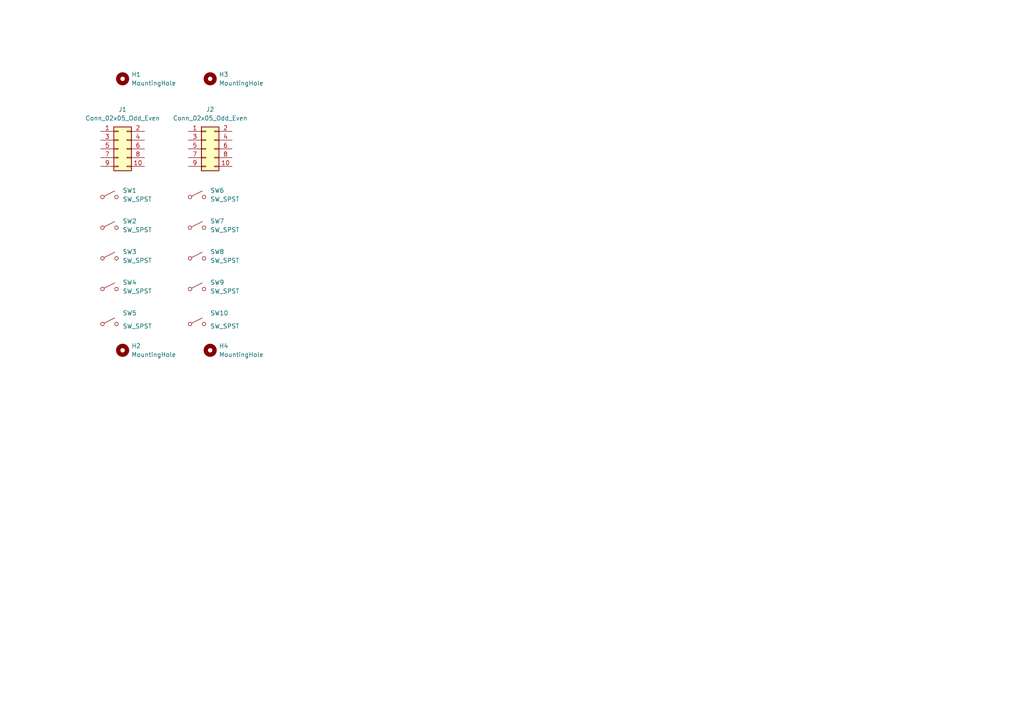
<source format=kicad_sch>
(kicad_sch (version 20231120) (generator "eeschema") (generator_version "8.0")
  (paper "A4")
  (lib_symbols
    (symbol "Connector_Generic:Conn_02x05_Odd_Even" (pin_names (offset 1.016) hide)
      (property "Reference" "J" (at 1.27 7.62 0))
      (property "Value" "Conn_02x05_Odd_Even" (at 1.27 -7.62 0))
      (symbol "Conn_02x05_Odd_Even_1_1"
        (rectangle (start -1.27 -4.953) (end 0 -5.207) (stroke (width 0.1524)))
        (rectangle (start -1.27 -2.413) (end 0 -2.667) (stroke (width 0.1524)))
        (rectangle (start -1.27 0.127) (end 0 -0.127) (stroke (width 0.1524)))
        (rectangle (start -1.27 2.667) (end 0 2.413) (stroke (width 0.1524)))
        (rectangle (start -1.27 5.207) (end 0 4.953) (stroke (width 0.1524)))
        (rectangle (start -1.27 6.35) (end 3.81 -6.35) (stroke (width 0.254)) (fill (type background)))
        (rectangle (start 3.81 -4.953) (end 2.54 -5.207) (stroke (width 0.1524)))
        (rectangle (start 3.81 -2.413) (end 2.54 -2.667) (stroke (width 0.1524)))
        (rectangle (start 3.81 0.127) (end 2.54 -0.127) (stroke (width 0.1524)))
        (rectangle (start 3.81 2.667) (end 2.54 2.413) (stroke (width 0.1524)))
        (rectangle (start 3.81 5.207) (end 2.54 4.953) (stroke (width 0.1524)))
        (pin passive line (at -5.08 5.08 0) (length 3.81) (name "Pin_1") (number "1"))
        (pin passive line (at 7.62 -5.08 180) (length 3.81) (name "Pin_10") (number "10"))
        (pin passive line (at 7.62 5.08 180) (length 3.81) (name "Pin_2") (number "2"))
        (pin passive line (at -5.08 2.54 0) (length 3.81) (name "Pin_3") (number "3"))
        (pin passive line (at 7.62 2.54 180) (length 3.81) (name "Pin_4") (number "4"))
        (pin passive line (at -5.08 0 0) (length 3.81) (name "Pin_5") (number "5"))
        (pin passive line (at 7.62 0 180) (length 3.81) (name "Pin_6") (number "6"))
        (pin passive line (at -5.08 -2.54 0) (length 3.81) (name "Pin_7") (number "7"))
        (pin passive line (at 7.62 -2.54 180) (length 3.81) (name "Pin_8") (number "8"))
        (pin passive line (at -5.08 -5.08 0) (length 3.81) (name "Pin_9") (number "9"))
      )
    )
    (symbol "EXC:SW_SPST_MOUNT" (pin_names (offset 0) hide)
      (property "Reference" "SW" (at 0 3.175 0))
      (property "Value" "SW_SPST_MOUNT" (at 0 -2.54 0))
      (symbol "SW_SPST_MOUNT_0_0"
        (circle (center -2.032 0) (radius 0.508))
        (polyline (pts (xy -1.524 0.254) (xy 1.524 1.778)))
        (circle (center 2.032 0) (radius 0.508))
      )
    )
    (symbol "Mechanical:MountingHole" (pin_names (offset 1.016)) (exclude_from_sim yes) (in_bom no)
      (property "Reference" "H" (at 0 5.08 0))
      (property "Value" "MountingHole" (at 0 3.175 0))
      (symbol "MountingHole_0_1"
        (circle (center 0 0) (radius 1.27) (stroke (width 1.27)))
      )
    )
  )
  (symbol (lib_id "EXC:SW_SPST_MOUNT") (at 31.75 66.04 0) (unit 1)
    (property "Reference" "SW2" (at 35.56 64.1349 0) (effects (justify left)))
    (property "Value" "SW_SPST" (at 35.56 66.6749 0) (effects (justify left)))
    (property "Footprint" "EXC:SW_Cherry_MX_1.00u_Mount" (effects (hide yes)))
    (property "Description" "Single Pole Single Throw (SPST) switch" (effects (hide yes)))
  )
  (symbol (lib_id "EXC:SW_SPST_MOUNT") (at 57.15 83.82 0) (unit 1)
    (property "Reference" "SW9" (at 60.96 81.9149 0) (effects (justify left)))
    (property "Value" "SW_SPST" (at 60.96 84.4549 0) (effects (justify left)))
    (property "Footprint" "EXC:SW_Cherry_MX_1.00u_Mount" (effects (hide yes)))
    (property "Description" "Single Pole Single Throw (SPST) switch" (effects (hide yes)))
  )
  (symbol (lib_id "Mechanical:MountingHole") (at 60.96 22.86 0) (unit 1) (exclude_from_sim yes) (in_bom no)
    (property "Reference" "H3" (at 63.5 21.5899 0) (effects (justify left)))
    (property "Value" "MountingHole" (at 63.5 24.1299 0) (effects (justify left)))
    (property "Footprint" "MountingHole:MountingHole_3.2mm_M3" (effects (hide yes)))
    (property "Description" "Mounting Hole without connection" (effects (hide yes)))
  )
  (symbol (lib_id "EXC:SW_SPST_MOUNT") (at 57.15 74.93 0) (unit 1)
    (property "Reference" "SW8" (at 60.96 73.0249 0) (effects (justify left)))
    (property "Value" "SW_SPST" (at 60.96 75.5649 0) (effects (justify left)))
    (property "Footprint" "EXC:SW_Cherry_MX_1.00u_Mount" (effects (hide yes)))
    (property "Description" "Single Pole Single Throw (SPST) switch" (effects (hide yes)))
  )
  (symbol (lib_id "EXC:SW_SPST_MOUNT") (at 57.15 93.98 0) (unit 1)
    (property "Reference" "SW10" (at 60.96 90.8049 0) (effects (justify left)))
    (property "Value" "SW_SPST" (at 60.96 94.6149 0) (effects (justify left)))
    (property "Footprint" "EXC:SW_Cherry_MX_1.00u_Mount" (effects (hide yes)))
    (property "Description" "Single Pole Single Throw (SPST) switch" (effects (hide yes)))
  )
  (symbol (lib_id "Mechanical:MountingHole") (at 60.96 101.6 0) (unit 1) (exclude_from_sim yes) (in_bom no)
    (property "Reference" "H4" (at 63.5 100.3299 0) (effects (justify left)))
    (property "Value" "MountingHole" (at 63.5 102.8699 0) (effects (justify left)))
    (property "Footprint" "MountingHole:MountingHole_3.2mm_M3" (effects (hide yes)))
    (property "Description" "Mounting Hole without connection" (effects (hide yes)))
  )
  (symbol (lib_id "EXC:SW_SPST_MOUNT") (at 31.75 83.82 0) (unit 1)
    (property "Reference" "SW4" (at 35.56 81.9149 0) (effects (justify left)))
    (property "Value" "SW_SPST" (at 35.56 84.4549 0) (effects (justify left)))
    (property "Footprint" "EXC:SW_Cherry_MX_1.00u_Mount" (effects (hide yes)))
    (property "Description" "Single Pole Single Throw (SPST) switch" (effects (hide yes)))
  )
  (symbol (lib_id "Connector_Generic:Conn_02x05_Odd_Even") (at 34.29 43.18 0) (unit 1)
    (property "Reference" "J1" (at 35.56 31.75 0))
    (property "Value" "Conn_02x05_Odd_Even" (at 35.56 34.29 0))
    (property "Footprint" "Connector_PinSocket_2.54mm:PinSocket_2x05_P2.54mm_Vertical" (effects (hide yes)))
    (property "Description" "Generic connector, double row, 02x05, odd/even pin numbering scheme (row 1 odd numbers, row 2 even numbers), script generated (kicad-library-utils/schlib/autogen/connector/)" (effects (hide yes)))
  )
  (symbol (lib_id "EXC:SW_SPST_MOUNT") (at 31.75 57.15 0) (unit 1)
    (property "Reference" "SW1" (at 35.56 55.2449 0) (effects (justify left)))
    (property "Value" "SW_SPST" (at 35.56 57.7849 0) (effects (justify left)))
    (property "Footprint" "EXC:SW_Cherry_MX_1.00u_Mount" (effects (hide yes)))
    (property "Description" "Single Pole Single Throw (SPST) switch" (effects (hide yes)))
  )
  (symbol (lib_id "EXC:SW_SPST_MOUNT") (at 57.15 57.15 0) (unit 1)
    (property "Reference" "SW6" (at 60.96 55.2449 0) (effects (justify left)))
    (property "Value" "SW_SPST" (at 60.96 57.7849 0) (effects (justify left)))
    (property "Footprint" "EXC:SW_Cherry_MX_1.00u_Mount" (effects (hide yes)))
    (property "Description" "Single Pole Single Throw (SPST) switch" (effects (hide yes)))
  )
  (symbol (lib_id "Connector_Generic:Conn_02x05_Odd_Even") (at 59.69 43.18 0) (unit 1)
    (property "Reference" "J2" (at 60.96 31.75 0))
    (property "Value" "Conn_02x05_Odd_Even" (at 60.96 34.29 0))
    (property "Footprint" "Connector_PinSocket_2.54mm:PinSocket_2x05_P2.54mm_Vertical" (effects (hide yes)))
    (property "Description" "Generic connector, double row, 02x05, odd/even pin numbering scheme (row 1 odd numbers, row 2 even numbers), script generated (kicad-library-utils/schlib/autogen/connector/)" (effects (hide yes)))
  )
  (symbol (lib_id "Mechanical:MountingHole") (at 35.56 101.6 0) (unit 1) (exclude_from_sim yes) (in_bom no)
    (property "Reference" "H2" (at 38.1 100.3299 0) (effects (justify left)))
    (property "Value" "MountingHole" (at 38.1 102.8699 0) (effects (justify left)))
    (property "Footprint" "MountingHole:MountingHole_3.2mm_M3" (effects (hide yes)))
    (property "Description" "Mounting Hole without connection" (effects (hide yes)))
  )
  (symbol (lib_id "EXC:SW_SPST_MOUNT") (at 57.15 66.04 0) (unit 1)
    (property "Reference" "SW7" (at 60.96 64.1349 0) (effects (justify left)))
    (property "Value" "SW_SPST" (at 60.96 66.6749 0) (effects (justify left)))
    (property "Footprint" "EXC:SW_Cherry_MX_1.00u_Mount" (effects (hide yes)))
    (property "Description" "Single Pole Single Throw (SPST) switch" (effects (hide yes)))
  )
  (symbol (lib_id "Mechanical:MountingHole") (at 35.56 22.86 0) (unit 1) (exclude_from_sim yes) (in_bom no)
    (property "Reference" "H1" (at 38.1 21.5899 0) (effects (justify left)))
    (property "Value" "MountingHole" (at 38.1 24.1299 0) (effects (justify left)))
    (property "Footprint" "MountingHole:MountingHole_3.2mm_M3" (effects (hide yes)))
    (property "Description" "Mounting Hole without connection" (effects (hide yes)))
  )
  (symbol (lib_id "EXC:SW_SPST_MOUNT") (at 31.75 74.93 0) (unit 1)
    (property "Reference" "SW3" (at 35.56 73.0249 0) (effects (justify left)))
    (property "Value" "SW_SPST" (at 35.56 75.5649 0) (effects (justify left)))
    (property "Footprint" "EXC:SW_Cherry_MX_1.00u_Mount" (effects (hide yes)))
    (property "Description" "Single Pole Single Throw (SPST) switch" (effects (hide yes)))
  )
  (symbol (lib_id "EXC:SW_SPST_MOUNT") (at 31.75 93.98 0) (unit 1)
    (property "Reference" "SW5" (at 35.56 90.8049 0) (effects (justify left)))
    (property "Value" "SW_SPST" (at 35.56 94.6149 0) (effects (justify left)))
    (property "Footprint" "EXC:SW_Cherry_MX_1.00u_Mount" (effects (hide yes)))
    (property "Description" "Single Pole Single Throw (SPST) switch" (effects (hide yes)))
  )
)
</source>
